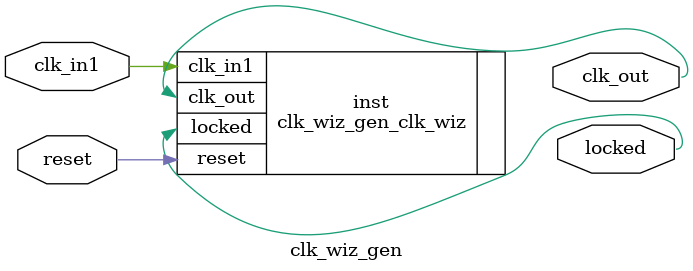
<source format=v>


`timescale 1ps/1ps

(* CORE_GENERATION_INFO = "clk_wiz_gen,clk_wiz_v5_3_3_0,{component_name=clk_wiz_gen,use_phase_alignment=true,use_min_o_jitter=false,use_max_i_jitter=false,use_dyn_phase_shift=false,use_inclk_switchover=false,use_dyn_reconfig=false,enable_axi=0,feedback_source=FDBK_AUTO,PRIMITIVE=MMCM,num_out_clk=1,clkin1_period=10.0,clkin2_period=10.0,use_power_down=false,use_reset=true,use_locked=true,use_inclk_stopped=false,feedback_type=SINGLE,CLOCK_MGR_TYPE=NA,manual_override=false}" *)

module clk_wiz_gen 
 (
  // Clock out ports
  output        clk_out,
  // Status and control signals
  input         reset,
  output        locked,
 // Clock in ports
  input         clk_in1
 );

  clk_wiz_gen_clk_wiz inst
  (
  // Clock out ports  
  .clk_out(clk_out),
  // Status and control signals               
  .reset(reset), 
  .locked(locked),
 // Clock in ports
  .clk_in1(clk_in1)
  );

endmodule

</source>
